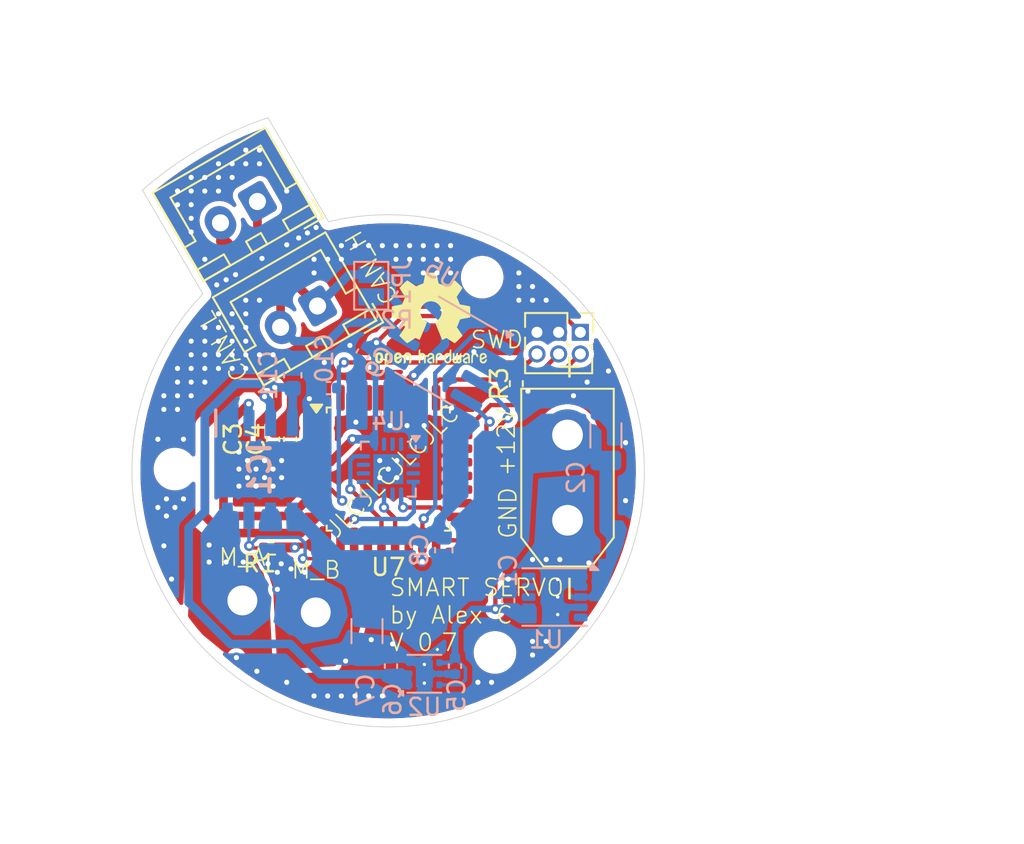
<source format=kicad_pcb>
(kicad_pcb (version 20240108) (generator "pcbnew") (generator_version "8.0")
  (layers (0 "F.Cu" signal "Front") (1 "In1.Cu" signal) (2 "In2.Cu" signal) (31 "B.Cu" signal "Back") (34 "B.Paste" user) (35 "F.Paste" user) (36 "B.SilkS" user "B.Silkscreen") (37 "F.SilkS" user "F.Silkscreen") (38 "B.Mask" user) (39 "F.Mask" user) (44 "Edge.Cuts" user))
  (net 0 "")
  (net 1 "GND")
  (net 2 "+3V3")
  (net 3 "+12V")
  (net 4 "RP_RX")
  (net 5 "RP_TX")
  (net 6 "ISEN")
  (net 7 "Net-(IC1-OUT2)")
  (net 8 "Net-(IC1-OUT1)")
  (net 9 "MOSI")
  (net 10 "+5V")
  (net 11 "CAN_H")
  (net 12 "CAN_L")
  (net 13 "CAN_SILENT")
  (net 19 "NRST")
  (net 20 "SWCLK")
  (net 21 "SWDIO")
  (net 23 "DRV_IN2")
  (net 27 "MISO")
  (net 28 "MAG_CS")
  (net 32 "SCK")
  (net 38 "DRV_IN1")
  (net 53 "Net-(JP1-A)")
  (footprint "Capacitor_SMD:C_0402_1005Metric" (layer "F.Cu") (at 86.75 71 90)
    (property "Reference" "C3")
    (property "Value" "100nF")
  )
  (footprint "Package_QFP:LQFP-32_7x7mm_P0.8mm" (layer "F.Cu") (at 93.5 72.75)
    (property "Reference" "U7")
    (property "Value" "STM32G0B1KBTx")
  )
  (footprint "Resistor_SMD:R_0402_1005Metric" (layer "F.Cu") (at 101 67.74 -90)
    (property "Reference" "R3")
    (property "Value" "10k")
  )
  (footprint "Connector_Wire:SolderWire-1sqmm_1x01_D1.4mm_OD2.7mm" (layer "F.Cu") (at 89.25 81.15)
    (property "Reference" "J2" (hide yes))
    (property "Value" "MOT_A")
  )
  (footprint "MountingHole:MountingHole_2.2mm_M2" (layer "F.Cu") (at 99.75 83.5)
    (property "Reference" "REF**" (hide yes))
    (property "Value" "MountingHole_2.2mm_M2")
  )
  (footprint "Capacitor_SMD:C_0402_1005Metric" (layer "F.Cu") (at 87.75 71 90)
    (property "Reference" "C4")
    (property "Value" "4.7uF")
  )
  (footprint "Symbol:OSHW-Logo2_7.3x6mm_SilkScreen" (layer "F.Cu") (at 96 64)
    (property "Reference" "REF**" (hide yes))
    (property "Value" "OSHW-Logo2_7.3x6mm_SilkScreen" (hide yes))
  )
  (footprint "Resistor_SMD:R_0402_1005Metric" (layer "F.Cu") (at 86.715 77.38175)
    (property "Reference" "R1")
    (property "Value" "15k")
  )
  (footprint "Connector_JST:JST_XH_B2B-XH-A_1x02_P2.50mm_Vertical" (layer "F.Cu") (at 85.832923 57.063277 -150)
    (property "Reference" "J6" (hide yes))
    (property "Value" "Control_In")
  )
  (footprint "MountingHole:MountingHole_2.2mm_M2" (layer "F.Cu") (at 81 72.75)
    (property "Reference" "REF**" (hide yes))
    (property "Value" "MountingHole_2.2mm_M2")
  )
  (footprint "Connector_Wire:SolderWire-1sqmm_1x01_D1.4mm_OD2.7mm" (layer "F.Cu") (at 84.95 80.45)
    (property "Reference" "J7" (hide yes))
    (property "Value" "MOT_B")
  )
  (footprint "Connector_JST:JST_XH_B2B-XH-A_1x02_P2.50mm_Vertical" (layer "F.Cu") (at 89.354915 63.188669 -150)
    (property "Reference" "J1" (hide yes))
    (property "Value" "Control_In")
  )
  (footprint "Connector_AMASS:AMASS_XT30UPB-M_1x02_P5.0mm_Vertical" (layer "F.Cu") (at 104 75.75 90)
    (property "Reference" "J4" (hide yes))
    (property "Value" "Power_In")
  )
  (footprint "MountingHole:MountingHole_2.2mm_M2" (layer "F.Cu") (at 99 61.5)
    (property "Reference" "REF**" (hide yes))
    (property "Value" "MountingHole_2.2mm_M2")
  )
  (footprint "Connector_PinHeader_1.27mm:PinHeader_2x03_P1.27mm_Vertical" (layer "F.Cu") (at 104.75 64.729999 -90)
    (property "Reference" "J3" (hide yes))
    (property "Value" "Prog_IN")
  )
  (footprint "Capacitor_SMD:C_0402_1005Metric" (layer "B.Cu") (at 90 68)
    (property "Reference" "C10")
    (property "Value" "100nF")
  )
  (footprint "Capacitor_SMD:C_1206_3216Metric" (layer "B.Cu") (at 92.25 82.25 90)
    (property "Reference" "C7")
    (property "Value" "10uF")
  )
  (footprint "Capacitor_SMD:C_1206_3216Metric" (layer "B.Cu") (at 106.25 70.775 -90)
    (property "Reference" "C2")
    (property "Value" "10uF")
  )
  (footprint "Capacitor_SMD:C_0402_1005Metric" (layer "B.Cu") (at 93.657501 84.300002 90)
    (property "Reference" "C6")
    (property "Value" "2.2uF")
  )
  (footprint "Capacitor_SMD:C_0603_1608Metric" (layer "B.Cu") (at 87.9 67.25 -90)
    (property "Reference" "C11")
    (property "Value" "100nF")
  )
  (footprint "Package_SON:WSON-6-1EP_2x2mm_P0.65mm_EP1x1.6mm_ThermalVias" (layer "B.Cu") (at 95.6125 84.750001)
    (property "Reference" "U2")
    (property "Value" "TLV76733DRVx")
  )
  (footprint "_custom:SOIC127P600X170-9N" (layer "B.Cu") (at 85.969999 72.762999 -90)
    (property "Reference" "IC1")
    (property "Value" "DRV8251DDAR" (hide yes))
  )
  (footprint "Capacitor_SMD:C_0402_1005Metric" (layer "B.Cu") (at 92 66 60)
    (property "Reference" "C9")
    (property "Value" "100nF")
  )
  (footprint "Capacitor_SMD:C_0402_1005Metric" (layer "B.Cu") (at 100.525 80.45 -90)
    (property "Reference" "C1")
    (property "Value" "100nF")
  )
  (footprint "Jumper:SolderJumper-2_P1.3mm_Open_Pad1.0x1.5mm" (layer "B.Cu") (at 92.5 62 90)
    (property "Reference" "JP1")
    (property "Value" "Jumper_2_Open")
  )
  (footprint "Package_SO:SOIC-8_3.9x4.9mm_P1.27mm" (layer "B.Cu") (at 96.87909 65.832721 150)
    (property "Reference" "U5")
    (property "Value" "TJA1051T-3")
  )
  (footprint "Package_DFN_QFN:QFN-16-1EP_3x3mm_P0.5mm_EP1.75x1.75mm" (layer "B.Cu") (at 93.5 72.75 180)
    (property "Reference" "U4")
    (property "Value" "MA730")
  )
  (footprint "Capacitor_SMD:C_0603_1608Metric" (layer "B.Cu") (at 96.75 77.5 -90)
    (property "Reference" "C8")
    (property "Value" "100nF")
  )
  (footprint "Capacitor_SMD:C_0402_1005Metric" (layer "B.Cu") (at 92.5 63.75 -90)
    (property "Reference" "R2")
    (property "Value" "120")
  )
  (footprint "Package_LGA:Texas_SIL0010A_MicroSiP-10-1EP_3.8x3mm_P0.6mm_EP0.7x2.9mm_ThermalVias" (layer "B.Cu") (at 103.25 80.25 180)
    (property "Reference" "U1")
    (property "Value" "LMZM23601V5")
  )
  (footprint "Capacitor_SMD:C_0402_1005Metric" (layer "B.Cu") (at 97.407499 84.300003 -90)
    (property "Reference" "C5")
    (property "Value" "1uF")
  )
  (gr_line (start 82.637074 62.478825) (end 79.1 56.4) (stroke (width 0.05)) (layer "Edge.Cuts"))
  (gr_arc (start 79.094221 56.393393) (mid 82.564125 53.91116) (end 86.45 52.150001) (stroke (width 0.05)) (layer "Edge.Cuts"))
  (gr_line (start 90 58.25) (end 86.45 52.15) (stroke (width 0.05)) (layer "Edge.Cuts"))
  (gr_arc (start 90 58.25) (mid 100.96659 85.868552) (end 82.637074 62.478825) (stroke (width 0.05)) (layer "Edge.Cuts"))
  (gr_text "JLCJLCJLCJLC" (at 90.48 76.96 45) (layer "F.SilkS") (effects (font (size 1 1) (thickness 0.1)) (justify left bottom)))
  (gr_text "M_A" (at 83.5 78.5 0) (layer "F.SilkS") (effects (font (size 1 1) (thickness 0.1)) (justify left bottom)))
  (gr_text "SMART SERVO\nby Alex C\nV 0.7" (at 93.5 83.5 0) (layer "F.SilkS") (effects (font (size 1 1) (thickness 0.1)) (justify left bottom)))
  (gr_text "GND" (at 101.098426 76.912485 90) (layer "F.SilkS") (effects (font (size 1 1) (thickness 0.1)) (justify left bottom)))
  (gr_text "CAN_H" (at 94.25 62.75 120) (layer "F.SilkS") (effects (font (size 1 1) (thickness 0.1)) (justify left bottom)))
  (gr_text "CAN_L" (at 85.5 67.25 120) (layer "F.SilkS") (effects (font (size 1 1) (thickness 0.1)) (justify left bottom)))
  (gr_text "M_B" (at 87.75 79.25 0) (layer "F.SilkS") (effects (font (size 1 1) (thickness 0.1)) (justify left bottom)))
  (gr_text "SWD" (at 98.25 65.75 0) (layer "F.SilkS") (effects (font (size 1 1) (thickness 0.1)) (justify left bottom)))
  (gr_text "+12V" (at 101 73.25 90) (layer "F.SilkS") (effects (font (size 1 1) (thickness 0.1)) (justify left bottom)))
  (segment (start 87.65 73.15) (end 87.25 72.75) (width 0.508) (layer "F.Cu") (net 1))
  (segment (start 101.613288 68.25) (end 101.681644 68.181644) (width 0.2) (layer "F.Cu") (net 1))
  (segment (start 87.75 70.52) (end 86.75 70.52) (width 0.508) (layer "F.Cu") (net 1))
  (segment (start 87.993253 77.381747) (end 88.025 77.35) (width 0.508) (layer "F.Cu") (net 1))
  (segment (start 91.75 72.25) (end 93 72.25) (width 0.508) (layer "F.Cu") (net 1))
  (segment (start 89.325 73.15) (end 87.65 73.15) (width 0.508) (layer "F.Cu") (net 1))
  (segment (start 87.75 69.75) (end 87.75 70.52) (width 0.508) (layer "F.Cu") (net 1))
  (segment (start 87.65 73.15) (end 87.25 73.25) (width 0.508) (layer "F.Cu") (net 1))
  (segment (start 88.875 68.625) (end 87.75 69.75) (width 0.508) (layer "F.Cu") (net 1))
  (segment (start 89.325 73.15) (end 90.85 73.15) (width 0.508) (layer "F.Cu") (net 1))
  (segment (start 87.25 73.25) (end 86.75 72.75) (width 0.508) (layer "F.Cu") (net 1))
  (segment (start 101.25 68.25) (end 101.613288 68.25) (width 0.2) (layer "F.Cu") (net 1))
  (segment (start 87.224999 77.381747) (end 87.993253 77.381747) (width 0.508) (layer "F.Cu") (net 1))
  (segment (start 86.75 72.75) (end 87.25 72.25) (width 0.508) (layer "F.Cu") (net 1))
  (segment (start 90.85 73.15) (end 91.75 72.25) (width 0.508) (layer "F.Cu") (net 1))
  (via (at 101.15 62.05) (size 0.6) (drill 0.3) (layers "F.Cu" "B.Cu") (net 1))
  (via (at 92.35 59.65) (size 0.6) (drill 0.3) (layers "F.Cu" "B.Cu") (net 1))
  (via (at 86.75 72.75) (size 0.6) (drill 0.3) (layers "F.Cu" "B.Cu") (net 1))
  (via (at 93.15 86.05) (size 0.6) (drill 0.3) (layers "F.Cu" "B.Cu") (net 1))
  (via (at 81 75) (size 0.6) (drill 0.3) (layers "F.Cu" "B.Cu") (net 1))
  (via (at 81.95 66.85) (size 0.6) (drill 0.3) (layers "F.Cu" "B.Cu") (net 1))
  (via (at 93.5 72.75) (size 0.6) (drill 0.3) (layers "F.Cu" "B.Cu") (net 1))
  (via (at 88.762228 58.905631) (size 0.6) (drill 0.3) (layers "F.Cu" "B.Cu") (net 1))
  (via (at 97.15 59.65) (size 0.6) (drill 0.3) (layers "F.Cu" "B.Cu") (net 1))
  (via (at 93.75 83) (size 0.6) (drill 0.3) (layers "F.Cu" "B.Cu") (net 1))
  (via (at 83.55 56.45) (size 0.6) (drill 0.3) (layers "F.Cu" "B.Cu") (net 1))
  (via (at 85.25 73.25) (size 0.6) (drill 0.3) (layers "F.Cu" "B.Cu") (net 1))
  (via (at 81.5 71) (size 0.6) (drill 0.3) (layers "F.Cu" "B.Cu") (net 1))
  (via (at 80.5 74.5) (size 0.6) (drill 0.3) (layers "F.Cu" "B.Cu") (net 1))
  (via (at 95.6 70.2) (size 0.6) (drill 0.3) (layers "F.Cu" "B.Cu") (net 1))
  (via (at 80.35 68.45) (size 0.6) (drill 0.3) (layers "F.Cu" "B.Cu") (net 1))
  (via (at 85.15 64.45) (size 0.6) (drill 0.3) (layers "F.Cu" "B.Cu") (net 1))
  (via (at 84.35 63.65) (size 0.6) (drill 0.3) (layers "F.Cu" "B.Cu") (net 1))
  (via (at 95.55 60.45) (size 0.6) (drill 0.3) (layers "F.Cu" "B.Cu") (net 1))
  (via (at 91.55 59.65) (size 0.6) (drill 0.3) (layers "F.Cu" "B.Cu") (net 1))
  (via (at 84.75 71.75) (size 0.6) (drill 0.3) (layers "F.Cu" "B.Cu") (net 1))
  (via (at 87.55 56.45) (size 0.6) (drill 0.3) (layers "F.Cu" "B.Cu") (net 1))
  (via (at 94.75 59.65) (size 0.6) (drill 0.3) (layers "F.Cu" "B.Cu") (net 1))
  (via (at 85.15 54.05) (size 0.6) (drill 0.3) (layers "F.Cu" "B.Cu") (net 1))
  (via (at 85.8 84.6) (size 0.6) (drill 0.3) (layers "F.Cu" "B.Cu") (net 1))
  (via (at 88.875 68.625) (size 0.6) (drill 0.3) (layers "F.Cu" "B.Cu") (net 1))
  (via (at 91 84) (size 0.6) (drill 0.3) (layers "F.Cu" "B.Cu") (net 1))
  (via (at 89.95 86.05) (size 0.6) (drill 0.3) (layers "F.Cu" "B.Cu") (net 1))
  (via (at 84.35 66.05) (size 0.6) (drill 0.3) (layers "F.Cu" "B.Cu") (net 1))
  (via (at 82.75 56.45) (size 0.6) (drill 0.3) (layers "F.Cu" "B.Cu") (net 1))
  (via (at 99.55 85.25) (size 0.6) (drill 0.3) (layers "F.Cu" "B.Cu") (net 1))
  (via (at 106.4 67) (size 0.6) (drill 0.3) (layers "F.Cu" "B.Cu") (net 1))
  (via (at 80 75) (size 0.6) (drill 0.3) (layers "F.Cu" "B.Cu") (net 1))
  (via (at 92.5 82.75) (size 0.6) (drill 0.3) (layers "F.Cu" "B.Cu") (net 1))
  (via (at 82.75 55.65) (size 0.6) (drill 0.3) (layers "F.Cu" "B.Cu") (net 1))
  (via (at 83.55 63.65) (size 0.6) (drill 0.3) (layers "F.Cu" "B.Cu") (net 1))
  (via (at 81.15 68.45) (size 0.6) (drill 0.3) (layers "F.Cu" "B.Cu") (net 1))
  (via (at 85.95 54.05) (size 0.6) (drill 0.3) (layers "F.Cu" "B.Cu") (net 1))
  (via (at 93 72.25) (size 0.6) (drill 0.3) (layers "F.Cu" "B.Cu") (net 1))
  (via (at 89.15 60.45) (size 0.6) (drill 0.3) (layers "F.Cu" "B.Cu") (net 1))
  (via (at 85.15 54.85) (size 0.6) (drill 0.3) (layers "F.Cu" "B.Cu") (net 1))
  (via (at 98.513712 65.873) (size 0.6) (drill 0.3) (layers "F.Cu" "B.Cu") (net 1))
  (via (at 93.95 59.65) (size 0.6) (drill 0.3) (layers "F.Cu" "B.Cu") (net 1))
  (via (at 89.15 86.05) (size 0.6) (drill 0.3) (layers "F.Cu" "B.Cu") (net 1))
  (via (at 102.75 78.05) (size 0.6) (drill 0.3) (layers "F.Cu" "B.Cu") (net 1))
  (via (at 85.95 62.85) (size 0.6) (drill 0.3) (layers "F.Cu" "B.Cu") (net 1))
  (via (at 104.35 68.45) (size 0.6) (drill 0.3) (layers "F.Cu" "B.Cu") (net 1))
  (via (at 93 73.25) (size 0.6) (drill 0.3) (layers "F.Cu" "B.Cu") (net 1))
  (via (at 81.95 55.65) (size 0.6) (drill 0.3) (layers "F.Cu" "B.Cu") (net 1))
  (via (at 85.95 66.05) (size 0.6) (drill 0.3) (layers "F.Cu" "B.Cu") (net 1))
  (via (at 93.6 70.2) (size 0.6) (drill 0.3) (layers "F.Cu" "B.Cu") (net 1))
  (via (at 83.55 66.05) (size 0.6) (drill 0.3) (layers "F.Cu" "B.Cu") (net 1))
  (via (at 84.35 55.65) (size 0.6) (drill 0.3) (layers "F.Cu" "B.Cu") (net 1))
  (via (at 81.15 57.25) (size 0.6) (drill 0.3) (layers "F.Cu" "B.Cu") (net 1))
  (via (at 90.75 59.65) (size 0.6) (drill 0.3) (layers "F.Cu" "B.Cu") (net 1))
  (via (at 89.270617 58.587185) (size 0.6) (drill 0.3) (layers "F.Cu" "B.Cu") (net 1))
  (via (at 96.35 59.65) (size 0.6) (drill 0.3) (layers "F.Cu" "B.Cu") (net 1))
  (via (at 88.025 77.35) (size 0.6) (drill 0.3) (layers "F.Cu" "B.Cu") (net 1))
  (via (at 102.75 62.85) (size 0.6) (drill 0.3) (layers "F.Cu" "B.Cu") (net 1))
  (via (at 97.15 60.45) (size 0.6) (drill 0.3) (layers "F.Cu" "B.Cu") (net 1))
  (via (at 85.15 66.85) (size 0.6) (drill 0.3) (layers "F.Cu" "B.Cu") (net 1))
  (via (at 80.8 79.2) (size 0.6) (drill 0.3) (layers "F.Cu" "B.Cu") (net 1))
  (via (at 105.25 78.25) (size 0.6) (drill 0.3) (layers "F.Cu" "B.Cu") (net 1))
  (via (at 101.15 61.25) (size 0.6) (drill 0.3) (layers "F.Cu" "B.Cu") (net 1))
  (via (at 86.75 73.75) (size 0.6) (drill 0.3) (layers "F.Cu" "B.Cu") (net 1))
  (via (at 82.75 66.85) (size 0.6) (drill 0.3) (layers "F.Cu" "B.Cu") (net 1))
  (via (at 84.75 72.75) (size 0.6) (drill 0.3) (layers "F.Cu" "B.Cu") (net 1))
  (via (at 80.35 69.25) (size 0.6) (drill 0.3) (layers "F.Cu" "B.Cu") (net 1))
  (via (at 84.35 66.85) (size 0.6) (drill 0.3) (layers "F.Cu" "B.Cu") (net 1))
  (via (at 85.75 73.75) (size 0.6) (drill 0.3) (layers "F.Cu" "B.Cu") (net 1))
  (via (at 81.5 74.5) (size 0.6) (drill 0.3) (layers "F.Cu" "B.Cu") (net 1))
  (via (at 98.75 85.25) (size 0.6) (drill 0.3) (layers "F.Cu" "B.Cu") (net 1))
  (via (at 84.6 83.8) (size 0.6) (drill 0.3) (layers "F.Cu" "B.Cu") (net 1))
  (via (at 95.55 61.25) (size 0.6) (drill 0.3) (layers "F.Cu" "B.Cu") (net 1))
  (via (at 107.4 71.2) (size 0.6) (drill 0.3) (layers "F.Cu" "B.Cu") (net 1))
  (via (at 82.75 67.65) (size 0.6) (drill 0.3) (layers "F.Cu" "B.Cu") (net 1))
  (via (at 83.55 66.85) (size 0.6) (drill 0.3) (layers "F.Cu" "B.Cu") (net 1))
  (via (at 81.95 66.05) (size 0.6) (drill 0.3) (layers "F.Cu" "B.Cu") (net 1))
  (via (at 90.75 60.45) (size 0.6) (drill 0.3) (layers "F.Cu" "B.Cu") (net 1))
  (via (at 81.15 56.45) (size 0.6) (drill 0.3) (layers "F.Cu" "B.Cu") (net 1))
  (via (at 81.15 69.25) (size 0.6) (drill 0.3) (layers "F.Cu" "B.Cu") (net 1))
  (via (at 86.75 66.05) (size 0.6) (drill 0.3) (layers "F.Cu" "B.Cu") (net 1))
  (via (at 93.15 59.65) (size 0.6) (drill 0.3) (layers "F.Cu" "B.Cu") (net 1))
  (via (at 85.15 65.25) (size 0.6) (drill 0.3) (layers "F.Cu" "B.Cu") (net 1))
  (via (at 103.55 78.05) (size 0.6) (drill 0.3) (layers "F.Cu" "B.Cu") (net 1))
  (via (at 95.489421 78.175) (size 0.6) (drill 0.3) (layers "F.Cu" "B.Cu") (net 1))
  (via (at 96.35 61.25) (size 0.6) (drill 0.3) (layers "F.Cu" "B.Cu") (net 1))
  (via (at 89.15 61.25) (size 0.6) (drill 0.3) (layers "F.Cu" "B.Cu") (net 1))
  (via (at 80 71) (size 0.6) (drill 0.3) (layers "F.Cu" "B.Cu") (net 1))
  (via (at 84 61.65) (size 0.6) (drill 0.3) (layers "F.Cu" "B.Cu") (net 1))
  (via (at 82.75 64.45) (size 0.6) (drill 0.3) (layers "F.Cu" "B.Cu") (net 1))
  (via (at 85.75 72.75) (size 0.6) (drill 0.3) (layers "F.Cu" "B.Cu") (net 1))
  (via (at 88.25 59.2) (size 0.6) (drill 0.3) (layers "F.Cu" "B.Cu") (net 1))
  (via (at 85.15 62.85) (size 0.6) (drill 0.3) (layers "F.Cu" "B.Cu") (net 1))
  (via (at 85.15 63.65) (size 0.6) (drill 0.3) (layers "F.Cu" "B.Cu") (net 1))
  (via (at 93.95 60.45) (size 0.6) (drill 0.3) (layers "F.Cu" "B.Cu") (net 1))
  (via (at 83.45 61.95) (size 0.6) (drill 0.3) (layers "F.Cu" "B.Cu") (net 1))
  (via (at 81.95 58.05) (size 0.6) (drill 0.3) (layers "F.Cu" "B.Cu") (net 1))
  (via (at 84.35 54.85) (size 0.6) (drill 0.3) (layers "F.Cu" "B.Cu") (net 1))
  (via (at 86.25 72.25) (size 0.6) (drill 0.3) (layers "F.Cu" "B.Cu") (net 1))
  (via (at 97.15 61.25) (size 0.6) (drill 0.3) (layers "F.Cu" "B.Cu") (net 1))
  (via (at 80.35 77.25) (size 0.6) (drill 0.3) (layers "F.Cu" "B.Cu") (net 1))
  (via (at 85.25 72.25) (size 0.6) (drill 0.3) (layers "F.Cu" "B.Cu") (net 1))
  (via (at 82.75 66.05) (size 0.6) (drill 0.3) (layers "F.Cu" "B.Cu") (net 1))
  (via (at 107.4 74.6) (size 0.6) (drill 0.3) (layers "F.Cu" "B.Cu") (net 1))
  (via (at 80.5 75.5) (size 0.6) (drill 0.3) (layers "F.Cu" "B.Cu") (net 1))
  (via (at 91.6 70) (size 0.6) (drill 0.3) (layers "F.Cu" "B.Cu") (net 1))
  (via (at 95.55 59.65) (size 0.6) (drill 0.3) (layers "F.Cu" "B.Cu") (net 1))
  (via (at 81.15 66.85) (size 0.6) (drill 0.3) (layers "F.Cu" "B.Cu") (net 1))
  (via (at 87.55 85.25) (size 0.6) (drill 0.3) (layers "F.Cu" "B.Cu") (net 1))
  (via (at 105.15 67.65) (size 0.6) (drill 0.3) (layers "F.Cu" "B.Cu") (net 1))
  (via (at 83.55 54.85) (size 0.6) (drill 0.3) (layers "F.Cu" "B.Cu") (net 1))
  (via (at 86.25 73.25) (size 0.6) (drill 0.3) (layers "F.Cu" "B.Cu") (net 1))
  (via (at 102.75 82.85) (size 0.6) (drill 0.3) (layers "F.Cu" "B.Cu") (net 1))
  (via (at 96.35 60.45) (size 0.6) (drill 0.3) (layers "F.Cu" "B.Cu") (net 1))
  (via (at 94.75 60.45) (size 0.6) (drill 0.3) (layers "F.Cu" "B.Cu") (net 1))
  (via (at 85.95 54.85) (size 0.6) (drill 0.3) (layers "F.Cu" "B.Cu") (net 1))
  (via (at 91.55 86.05) (size 0.6) (drill 0.3) (layers "F.Cu" "B.Cu") (net 1))
  (via (at 101.95 83.65) (size 0.6) (drill 0.3) (layers "F.Cu" "B.Cu") (net 1))
  (via (at 97.21 69.17) (size 0.6) (drill 0.3) (layers "F.Cu" "B.Cu") (net 1))
  (via (at 83.55 64.45) (size 0.6) (drill 0.3) (layers "F.Cu" "B.Cu") (net 1))
  (via (at 94 72.25) (size 0.6) (drill 0.3) (layers "F.Cu" "B.Cu") (net 1))
  (via (at 82.75 60.45) (size 0.6) (drill 0.3) (layers "F.Cu" "B.Cu") (net 1))
  (via (at 83.55 55.65) (size 0.6) (drill 0.3) (layers "F.Cu" "B.Cu") (net 1))
  (via (at 101.95 62.85) (size 0.6) (drill 0.3) (layers "F.Cu" "B.Cu") (net 1))
  (via (at 81.95 67.65) (size 0.6) (drill 0.3) (layers "F.Cu" "B.Cu") (net 1))
  (via (at 101.95 78.05) (size 0.6) (drill 0.3) (layers "F.Cu" "B.Cu") (net 1))
  (via (at 86.1 60.4) (size 0.6) (drill 0.3) (layers "F.Cu" "B.Cu") (net 1))
  (via (at 81.95 65.25) (size 0.6) (drill 0.3) (layers "F.Cu" "B.Cu") (net 1))
  (via (at 92.35 86.05) (size 0.6) (drill 0.3) (layers "F.Cu" "B.Cu") (net 1))
  (via (at 81.95 56.45) (size 0.6) (drill 0.3) (layers "F.Cu" "B.Cu") (net 1))
  (via (at 94.6 70.2) (size 0.6) (drill 0.3) (layers "F.Cu" "B.Cu") (net 1))
  (via (at 85.15 66.05) (size 0.6) (drill 0.3) (layers "F.Cu" "B.Cu") (net 1))
  (via (at 84.55 61.35) (size 0.6) (drill 0.3) (layers "F.Cu" "B.Cu") (net 1))
  (via (at 82.75 65.25) (size 0.6) (drill 0.3) (layers "F.Cu" "B.Cu") (net 1))
  (via (at 81.15 67.65) (size 0.6) (drill 0.3) (layers "F.Cu" "B.Cu") (net 1))
  (via (at 81.95 68.45) (size 0.6) (drill 0.3) (layers "F.Cu" "B.Cu") (net 1))
  (via (at 87.25 72.25) (size 0.6) (drill 0.3) (layers "F.Cu" "B.Cu") (net 1))
  (via (at 101.681644 68.181644) (size 0.6) (drill 0.3) (layers "F.Cu" "B.Cu") (net 1))
  (via (at 83.55 65.25) (size 0.6) (drill 0.3) (layers "F.Cu" "B.Cu") (net 1))
  (via (at 84.35 65.25) (size 0.6) (drill 0.3) (layers "F.Cu" "B.Cu") (net 1))
  (via (at 87.55 59.6) (size 0.6) (drill 0.3) (layers "F.Cu" "B.Cu") (net 1))
  (via (at 84.35 64.45) (size 0.6) (drill 0.3) (layers "F.Cu" "B.Cu") (net 1))
  (via (at 101.15 62.85) (size 0.6) (drill 0.3) (layers "F.Cu" "B.Cu") (net 1))
  (via (at 87.25 73.25) (size 0.6) (drill 0.3) (layers "F.Cu" "B.Cu") (net 1))
  (via (at 101.95 62.05) (size 0.6) (drill 0.3) (layers "F.Cu" "B.Cu") (net 1))
  (via (at 89.95 60.45) (size 0.6) (drill 0.3) (layers "F.Cu" "B.Cu") (net 1))
  (via (at 94 73.25) (size 0.6) (drill 0.3) (layers "F.Cu" "B.Cu") (net 1))
  (via (at 100.525 79.2) (size 0.6) (drill 0.3) (layers "F.Cu" "B.Cu") (net 1))
  (via (at 89.75 66.5) (size 0.6) (drill 0.3) (layers "F.Cu" "B.Cu") (net 1))
  (via (at 101.95 82.85) (size 0.6) (drill 0.3) (layers "F.Cu" "B.Cu") (net 1))
  (via (at 91.25 65.5) (size 0.6) (drill 0.3) (layers "F.Cu" "B.Cu") (net 1))
  (via (at 84.75 73.75) (size 0.6) (drill 0.3) (layers "F.Cu" "B.Cu") (net 1))
  (via (at 90.75 86.05) (size 0.6) (drill 0.3) (layers "F.Cu" "B.Cu") (net 1))
  (via (at 81.95 57.25) (size 0.6) (drill 0.3) (layers "F.Cu" "B.Cu") (net 1))
  (via (at 81.95 58.85) (size 0.6) (drill 0.3) (layers "F.Cu" "B.Cu") (net 1))
  (segment (start 103.425001 81.28) (end 103.854999 80.850002) (width 0.5) (layer "B.Cu") (net 1))
  (segment (start 105.25 77.1) (end 105.25 76.75) (width 0.254) (layer "B.Cu") (net 1))
  (segment (start 96.75 76.474999) (end 96.024999 76.474999) (width 0.762) (layer "B.Cu") (net 1))
  (segment (start 92.752 73.498) (end 93 73.25) (width 0.254) (layer "B.Cu") (net 1))
  (segment (start 92.752 74.2105) (end 92.752 73.498) (width 0.254) (layer "B.Cu") (net 1))
  (segment (start 105.250001 77.100001) (end 105.25 77.1) (width 0.254) (layer "B.Cu") (net 1))
  (segment (start 103.854999 80.850002) (end 104.775 80.850002) (width 0.4) (layer "B.Cu") (net 1))
  (segment (start 95.489421 78.175) (end 95.489421 77.010577) (width 0.254) (layer "B.Cu") (net 1))
  (segment (start 103.595 79.05) (end 103.425001 79.219999) (width 0.2) (layer "B.Cu") (net 1))
  (segment (start 98.513712 65.873) (end 99.250913 66.610201) (width 0.508) (layer "B.Cu") (net 1))
  (segment (start 104.775 79.05) (end 104.775 78.725) (width 0.2) (layer "B.Cu") (net 1))
  (segment (start 92.75 74.2125) (end 92.752 74.2105) (width 0.254) (layer "B.Cu") (net 1))
  (segment (start 105.25 76.75) (end 105 76.5) (width 0.254) (layer "B.Cu") (net 1))
  (segment (start 100.525 79.97) (end 100.525 79.2) (width 0.508) (layer "B.Cu") (net 1))
  (segment (start 95.489421 77.010577) (end 95.5 76.999998) (width 0.254) (layer "B.Cu") (net 1))
  (segment (start 96.024999 76.474999) (end 95.5 76.999998) (width 0.762) (layer "B.Cu") (net 1))
  (segment (start 104.775 78.725) (end 105.25 78.25) (width 0.2) (layer "B.Cu") (net 1))
  (segment (start 99.250913 66.610201) (end 99.250913 66.617574) (width 0.508) (layer "B.Cu") (net 1))
  (segment (start 86.440001 71.48) (end 86.75 71.48) (width 0.508) (layer "F.Cu") (net 2))
  (segment (start 87.004 68.996) (end 85.986 70.014) (width 0.508) (layer "F.Cu") (net 2))
  (segment (start 87.75 71.48) (end 87.75 71.547294) (width 0.508) (layer "F.Cu") (net 2))
  (segment (start 94.362289 63.78) (end 103.800001 63.78) (width 0.254) (layer "F.Cu") (net 2))
  (segment (start 91.4 71.047294) (end 90.097294 72.35) (width 0.508) (layer "F.Cu") (net 2))
  (segment (start 86.841562 67.96143) (end 87.004 68.123868) (width 0.508) (layer "F.Cu") (net 2))
  (segment (start 90.097294 72.35) (end 89.325 72.35) (width 0.508) (layer "F.Cu") (net 2))
  (segment (start 87.75 71.547294) (end 88.552706 72.35) (width 0.508) (layer "F.Cu") (net 2))
  (segment (start 85.986 71.025999) (end 86.440001 71.48) (width 0.508) (layer "F.Cu") (net 2))
  (segment (start 86.75 71.48) (end 87.75 71.48) (width 0.508) (layer "F.Cu") (net 2))
  (segment (start 92.805971 65.336318) (end 94.362289 63.78) (width 0.254) (layer "F.Cu") (net 2))
  (segment (start 85.986 70.014) (end 85.986 71.025999) (width 0.508) (layer "F.Cu") (net 2))
  (segment (start 103.800001 63.78) (end 104.75 64.729999) (width 0.254) (layer "F.Cu") (net 2))
  (segment (start 87.004 68.123868) (end 87.004 68.996) (width 0.508) (layer "F.Cu") (net 2))
  (segment (start 91.4 71) (end 91.4 71.047294) (width 0.508) (layer "F.Cu") (net 2))
  (segment (start 88.552706 72.35) (end 89.325 72.35) (width 0.508) (layer "F.Cu") (net 2))
  (via (at 86.841562 67.96143) (size 0.6) (drill 0.3) (layers "F.Cu" "B.Cu") (net 2))
  (via (at 91.4 71) (size 0.6) (drill 0.3) (layers "F.Cu" "B.Cu") (net 2))
  (via (at 92.805971 65.336318) (size 0.6) (drill 0.3) (layers "F.Cu" "B.Cu") (net 2))
  (segment (start 92.671 70.879) (end 92.671 70.8) (width 0.508) (layer "B.Cu") (net 2))
  (segment (start 92.24 65.584308) (end 92.75 66.094308) (width 0.5) (layer "B.Cu") (net 2))
  (segment (start 89.530002 84.780002) (end 93.657501 84.780002) (width 0.508) (layer "B.Cu") (net 2))
  (segment (start 81.8 76.2) (end 81.8 80.552534) (width 0.508) (layer "B.Cu") (net 2))
  (segment (start 92.805971 65.336318) (end 92.48799 65.336318) (width 0.254) (layer "B.Cu") (net 2))
  (segment (start 92.55 71) (end 92.55 71.0875) (width 0.508) (layer "B.Cu") (net 2))
  (segment (start 92.75 66.094308) (end 92.75 67.353791) (width 0.5) (layer "B.Cu") (net 2))
  (segment (start 84.566 67.746) (end 82.75 69.562) (width 0.508) (layer "B.Cu") (net 2))
  (segment (start 87.836429 67.96143) (end 87.9 68.025001) (width 0.508) (layer "B.Cu") (net 2))
  (segment (start 86.841562 67.96143) (end 86.626132 67.746) (width 0.508) (layer "B.Cu") (net 2))
  (segment (start 91.4 71) (end 92.55 71) (width 0.508) (layer "B.Cu") (net 2))
  (segment (start 82.75 69.562) (end 82.75 75.25) (width 0.508) (layer "B.Cu") (net 2))
  (segment (start 86.841562 67.96143) (end 87.836429 67.96143) (width 0.508) (layer "B.Cu") (net 2))
  (segment (start 92.55 71) (end 92.671 70.879) (width 0.508) (layer "B.Cu") (net 2))
  (segment (start 92.75 67.353791) (end 92.75 71.2875) (width 0.325) (layer "B.Cu") (net 2))
  (segment (start 84.247466 83) (end 87.75 83) (width 0.508) (layer "B.Cu") (net 2))
  (segment (start 87.9 68.025001) (end 87.9 70.025996) (width 0.508) (layer "B.Cu") (net 2))
  (segment (start 92.55 71.0875) (end 92.671 71.2085) (width 0.508) (layer "B.Cu") (net 2))
  (segment (start 92.671 71.2085) (end 92.671 71.2875) (width 0.508) (layer "B.Cu") (net 2))
  (segment (start 87.899996 70.480005) (end 87.854999 70.525002) (width 0.508) (layer "B.Cu") (net 2))
  (segment (start 86.626132 67.746) (end 84.566 67.746) (width 0.508) (layer "B.Cu") (net 2))
  (segment (start 92.48799 65.336318) (end 92.24 65.584308) (width 0.254) (layer "B.Cu") (net 2))
  (segment (start 82.75 75.25) (end 81.8 76.2) (width 0.508) (layer "B.Cu") (net 2))
  (segment (start 87.75 83) (end 89.530002 84.780002) (width 0.508) (layer "B.Cu") (net 2))
  (segment (start 81.8 80.552534) (end 84.247466 83) (width 0.508) (layer "B.Cu") (net 2))
  (segment (start 87.9 70.025996) (end 87.874998 70.050998) (width 0.508) (layer "B.Cu") (net 2))
  (segment (start 106.25 72.5) (end 106.25 76.25) (width 0.762) (layer "B.Cu") (net 3))
  (segment (start 103.848427 71.562486) (end 105.312486 71.562486) (width 0.762) (layer "B.Cu") (net 3))
  (segment (start 106.25 76.25) (end 106.5 76.5) (width 0.762) (layer "B.Cu") (net 3))
  (segment (start 105.312486 71.562486) (end 106.25 72.5) (width 0.762) (layer "B.Cu") (net 3))
  (segment (start 95.58 75.65) (end 95.5 75.73) (width 0.254) (layer "F.Cu") (net 4))
  (segment (start 95.5 75.73) (end 95.5 76.925) (width 0.254) (layer "F.Cu") (net 4))
  (via (at 95.58 75.65) (size 0.6) (drill 0.3) (layers "F.Cu" "B.Cu") (net 4))
  (segment (start 95.58 75.65) (end 95.58 75.635657) (width 0.254) (layer "B.Cu") (net 4))
  (segment (start 96.25 74.965657) (end 96.25 67.12) (width 0.254) (layer "B.Cu") (net 4))
  (segment (start 96.25 67.12) (end 98.44 64.93) (width 0.254) (layer "B.Cu") (net 4))
  (segment (start 95.58 75.635657) (end 96.25 74.965657) (width 0.254) (layer "B.Cu") (net 4))
  (segment (start 98.44 64.93) (end 99.298191 64.93) (width 0.254) (layer "B.Cu") (net 4))
  (segment (start 99.298191 64.93) (end 99.885913 65.517722) (width 0.254) (layer "B.Cu") (net 4))
  (segment (start 99.439193 69.969597) (end 99.25 70.15879) (width 0.254) (layer "F.Cu") (net 5))
  (segment (start 97.692688 76.925) (end 96.3 76.925) (width 0.254) (layer "F.Cu") (net 5))
  (segment (start 99.25 70.15879) (end 99.25 75.367688) (width 0.254) (layer "F.Cu") (net 5))
  (segment (start 99.25 75.367688) (end 97.692688 76.925) (width 0.254) (layer "F.Cu") (net 5))
  (via (at 99.439193 69.969597) (size 0.6) (drill 0.3) (layers "F.Cu" "B.Cu") (net 5))
  (segment (start 99.439193 69.969597) (end 98.286875 68.817279) (width 0.254) (layer "B.Cu") (net 5))
  (segment (start 98.286875 68.817279) (end 97.98091 68.817279) (width 0.254) (layer "B.Cu") (net 5))
  (segment (start 88.5 78) (end 91.174999 78) (width 0.2) (layer "F.Cu") (net 6))
  (segment (start 85.35 77.254) (end 85.471 77.375) (width 0.2) (layer "F.Cu") (net 6))
  (segment (start 85.471 77.375) (end 86.198249 77.375) (width 0.2) (layer "F.Cu") (net 6))
  (segment (start 91.5 77.674999) (end 91.5 76.925) (width 0.2) (layer "F.Cu") (net 6))
  (segment (start 91.174999 78) (end 91.5 77.674999) (width 0.2) (layer "F.Cu") (net 6))
  (segment (start 86.198249 77.375) (end 86.205 77.381751) (width 0.2) (layer "F.Cu") (net 6))
  (via (at 88.5 78) (size 0.6) (drill 0.3) (layers "F.Cu" "B.Cu") (net 6))
  (via (at 85.35 77.254) (size 0.6) (drill 0.3) (layers "F.Cu" "B.Cu") (net 6))
  (segment (start 88.5 78) (end 88.625 77.875) (width 0.2) (layer "B.Cu") (net 6))
  (segment (start 85.334999 75.474999) (end 85.334999 77.238999) (width 0.2) (layer "B.Cu") (net 6))
  (segment (start 85.854 76.75) (end 85.35 77.254) (width 0.2) (layer "B.Cu") (net 6))
  (segment (start 88.273529 76.75) (end 85.854 76.75) (width 0.2) (layer "B.Cu") (net 6))
  (segment (start 88.625 77.875) (end 88.625 77.101471) (width 0.2) (layer "B.Cu") (net 6))
  (segment (start 88.625 77.101471) (end 88.273529 76.75) (width 0.2) (layer "B.Cu") (net 6))
  (segment (start 85.334999 77.238999) (end 85.35 77.254) (width 0.2) (layer "B.Cu") (net 6))
  (via (at 83 78.2) (size 0.6) (drill 0.3) (layers "F.Cu" "B.Cu") (net 7))
  (via (at 85 78.2) (size 0.6) (drill 0.3) (layers "F.Cu" "B.Cu") (net 7))
  (via (at 84 78.2) (size 0.6) (drill 0.3) (layers "F.Cu" "B.Cu") (net 7))
  (via (at 83 77.2) (size 0.6) (drill 0.3) (layers "F.Cu" "B.Cu") (net 7))
  (via (at 86.45 78.3) (size 0.6) (drill 0.3) (layers "F.Cu" "B.Cu") (net 8))
  (via (at 88.6 78.8) (size 0.6) (drill 0.3) (layers "F.Cu" "B.Cu") (net 8))
  (via (at 87.8 78.6) (size 0.6) (drill 0.3) (layers "F.Cu" "B.Cu") (net 8))
  (via (at 87 78.8) (size 0.6) (drill 0.3) (layers "F.Cu" "B.Cu") (net 8))
  (via (at 87.225 78.3) (size 0.6) (drill 0.3) (layers "F.Cu" "B.Cu") (net 8))
  (via (at 87 79.8) (size 0.6) (drill 0.3) (layers "F.Cu" "B.Cu") (net 8))
  (segment (start 89.2 80.5) (end 89.2 81.15) (width 1.25) (layer "B.Cu") (net 8))
  (segment (start 90.7 76.175001) (end 91.200001 75.675) (width 0.254) (layer "F.Cu") (net 9))
  (segment (start 90.7 76.925) (end 90.7 76.175001) (width 0.254) (layer "F.Cu") (net 9))
  (segment (start 91.200001 75.675) (end 91.518759 75.675) (width 0.254) (layer "F.Cu") (net 9))
  (via (at 91.518759 75.675) (size 0.6) (drill 0.3) (layers "F.Cu" "B.Cu") (net 9))
  (segment (start 94.575 75.675) (end 95 75.25) (width 0.254) (layer "B.Cu") (net 9))
  (segment (start 91.518759 75.675) (end 94.575 75.675) (width 0.254) (layer "B.Cu") (net 9))
  (segment (start 95 75.25) (end 95 73.5375) (width 0.254) (layer "B.Cu") (net 9))
  (segment (start 95 73.5375) (end 94.9625 73.5) (width 0.254) (layer "B.Cu") (net 9))
  (segment (start 100.5 69.75) (end 100.066193 70.183807) (width 0.254) (layer "F.Cu") (net 10))
  (segment (start 100.066193 70.229309) (end 99.775 70.520502) (width 0.254) (layer "F.Cu") (net 10))
  (segment (start 99.775 70.520502) (end 99.775 80.95) (width 0.254) (layer "F.Cu") (net 10))
  (segment (start 100.066193 70.183807) (end 100.066193 70.229309) (width 0.254) (layer "F.Cu") (net 10))
  (via (at 99.775 80.95) (size 0.6) (drill 0.3) (layers "F.Cu" "B.Cu") (net 10))
  (via (at 100.5 69.75) (size 0.6) (drill 0.3) (layers "F.Cu" "B.Cu") (net 10))
  (segment (start 100.5 69.75) (end 100.5 69.29) (width 0.254) (layer "B.Cu") (net 10))
  (segment (start 97.127502 84.1) (end 96.499999 84.100001) (width 0.254) (layer "B.Cu") (net 10))
  (segment (start 98.017499 84.430003) (end 97.407499 83.820003) (width 0.2) (layer "B.Cu") (net 10))
  (segment (start 98.43319 80.95) (end 97.407499 81.975691) (width 0.4) (layer "B.Cu") (net 10))
  (segment (start 97.407499 83.820002) (end 97.127502 84.1) (width 0.254) (layer "B.Cu") (net 10))
  (segment (start 98.43319 80.95) (end 99.775 80.95) (width 0.4) (layer "B.Cu") (net 10))
  (segment (start 96.5 85.400001) (end 97.723635 85.400001) (width 0.2) (layer "B.Cu") (net 10))
  (segment (start 97.407499 81.975691) (end 97.407499 83.820003) (width 0.4) (layer "B.Cu") (net 10))
  (segment (start 100.525 80.93) (end 100.005 80.93) (width 0.5) (layer "B.Cu") (net 10))
  (segment (start 97.723635 85.400001) (end 98.017499 85.106137) (width 0.2) (layer "B.Cu") (net 10))
  (segment (start 100.5 69.29) (end 98.927426 67.717426) (width 0.254) (layer "B.Cu") (net 10))
  (segment (start 98.927426 67.717426) (end 98.615913 67.717426) (width 0.254) (layer "B.Cu") (net 10))
  (segment (start 100.525 80.93) (end 101.644999 80.93) (width 0.254) (layer "B.Cu") (net 10))
  (segment (start 98.017499 85.106137) (end 98.017499 84.430003) (width 0.2) (layer "B.Cu") (net 10))
  (segment (start 85.832923 57.063277) (end 85.832923 59.082923) (width 0.508) (layer "F.Cu") (net 11))
  (segment (start 88.396 61.646) (end 88.396 62.229754) (width 0.508) (layer "F.Cu") (net 11))
  (segment (start 86.854 60.104) (end 88.396 61.646) (width 0.508) (layer "F.Cu") (net 11))
  (segment (start 86.854 60.087682) (end 86.854 60.104) (width 0.508) (layer "F.Cu") (net 11))
  (segment (start 85.832923 59.082923) (end 86.396 59.646) (width 0.508) (layer "F.Cu") (net 11))
  (segment (start 86.412318 59.646) (end 86.854 60.087682) (width 0.508) (layer "F.Cu") (net 11))
  (segment (start 86.396 59.646) (end 86.412318 59.646) (width 0.508) (layer "F.Cu") (net 11))
  (segment (start 88.396 62.229754) (end 89.354915 63.188669) (width 0.508) (layer "F.Cu") (net 11))
  (segment (start 95.053177 64.045295) (end 93.704 62.696118) (width 0.508) (layer "B.Cu") (net 11))
  (segment (start 93.704 62.696118) (end 93.704 61.696) (width 0.508) (layer "B.Cu") (net 11))
  (segment (start 93.704 61.696) (end 93.358 61.35) (width 0.508) (layer "B.Cu") (net 11))
  (segment (start 93.358 61.35) (end 91.193584 61.35) (width 0.508) (layer "B.Cu") (net 11))
  (segment (start 91.193584 61.35) (end 89.354915 63.188669) (width 0.508) (layer "B.Cu") (net 11))
  (segment (start 87.189852 62.55617) (end 87.189852 64.43867) (width 0.508) (layer "F.Cu") (net 12))
  (segment (start 83.66786 59.41786) (end 84.051542 59.41786) (width 0.508) (layer "F.Cu") (net 12))
  (segment (start 84.051542 59.41786) (end 87.189852 62.55617) (width 0.508) (layer "F.Cu") (net 12))
  (segment (start 83.66786 58.313278) (end 83.66786 59.41786) (width 0.508) (layer "F.Cu") (net 12))
  (segment (start 90 65.25) (end 88.001182 65.25) (width 0.508) (layer "B.Cu") (net 12))
  (segment (start 91.0875 64.1625) (end 90 65.25) (width 0.508) (layer "B.Cu") (net 12))
  (segment (start 93.43553 64.1625) (end 91.0875 64.1625) (width 0.508) (layer "B.Cu") (net 12))
  (segment (start 88.001182 65.25) (end 87.189852 64.43867) (width 0.508) (layer "B.Cu") (net 12))
  (segment (start 94.418177 65.145147) (end 93.43553 64.1625) (width 0.508) (layer "B.Cu") (net 12))
  (segment (start 87.005117 64.469583) (end 87.005117 64.487348) (width 0.508) (layer "B.Cu") (net 12))
  (segment (start 95 67.25) (end 94.7 67.55) (width 0.508) (layer "F.Cu") (net 13))
  (segment (start 94.7 67.55) (end 94.7 68.575) (width 0.508) (layer "F.Cu") (net 13))
  (via (at 95 67.25) (size 0.6) (drill 0.3) (layers "F.Cu" "B.Cu") (net 13))
  (segment (start 95.68818 62.945442) (end 96.819188 64.07645) (width 0.508) (layer "B.Cu") (net 13))
  (segment (start 96.819188 65.430812) (end 95 67.25) (width 0.508) (layer "B.Cu") (net 13))
  (segment (start 96.819188 64.07645) (end 96.819188 65.430812) (width 0.508) (layer "B.Cu") (net 13))
  (segment (start 90.904168 66.494139) (end 90.910028 66.499999) (width 0.254) (layer "F.Cu") (net 19))
  (segment (start 101.710001 66.499999) (end 102.21 66) (width 0.254) (layer "F.Cu") (net 19))
  (segment (start 90.8 74.6) (end 90.15 73.95) (width 0.254) (layer "F.Cu") (net 19))
  (segment (start 90.15 73.95) (end 89.325 73.95) (width 0.254) (layer "F.Cu") (net 19))
  (segment (start 90.910028 66.499999) (end 101.710001 66.499999) (width 0.254) (layer "F.Cu") (net 19))
  (via (at 90.904168 66.494139) (size 0.6) (drill 0.3) (layers "F.Cu" "B.Cu") (net 19))
  (via (at 90.8 74.6) (size 0.6) (drill 0.3) (layers "F.Cu" "B.Cu") (net 19))
  (segment (start 90.6 66.798307) (end 90.904168 66.494139) (width 0.254) (layer "B.Cu") (net 19))
  (segment (start 90.6 74.4) (end 90.6 66.798307) (width 0.254) (layer "B.Cu") (net 19))
  (segment (start 90.8 74.6) (end 90.6 74.4) (width 0.254) (layer "B.Cu") (net 19))
  (segment (start 96.3 68.575) (end 96.3 67.7) (width 0.254) (layer "F.Cu") (net 20))
  (segment (start 101.98 67.5) (end 103.480002 65.999998) (width 0.254) (layer "F.Cu") (net 20))
  (segment (start 96.5 67.5) (end 101.98 67.5) (width 0.254) (layer "F.Cu") (net 20))
  (segment (start 96.3 67.7) (end 96.5 67.5) (width 0.254) (layer "F.Cu") (net 20))
  (segment (start 99.5 69) (end 101.75 69) (width 0.254) (layer "F.Cu") (net 21))
  (segment (start 101.75 69) (end 104.75 66) (width 0.254) (layer "F.Cu") (net 21))
  (segment (start 98.55 69.95) (end 99.5 69) (width 0.254) (layer "F.Cu") (net 21))
  (segment (start 97.675 69.95) (end 98.55 69.95) (width 0.254) (layer "F.Cu") (net 21))
  (segment (start 84.25 75.5) (end 87.802706 75.5) (width 0.508) (layer "F.Cu") (net 23))
  (segment (start 88.552706 74.75) (end 89.325 74.75) (width 0.508) (layer "F.Cu") (net 23))
  (segment (start 83.845999 70.404001) (end 83.845999 75.095999) (width 0.508) (layer "F.Cu") (net 23))
  (segment (start 85.325 68.925) (end 83.845999 70.404001) (width 0.508) (layer "F.Cu") (net 23))
  (segment (start 87.802706 75.5) (end 88.552706 74.75) (width 0.508) (layer "F.Cu") (net 23))
  (segment (start 83.845999 75.095999) (end 84.25 75.5) (width 0.508) (layer "F.Cu") (net 23))
  (via (at 85.325 68.925) (size 0.6) (drill 0.3) (layers "F.Cu" "B.Cu") (net 23))
  (segment (start 85.314998 68.935002) (end 85.314998 70.524999) (width 0.508) (layer "B.Cu") (net 23))
  (segment (start 85.325 68.925) (end 85.314998 68.935002) (width 0.508) (layer "B.Cu") (net 23))
  (segment (start 93.9 76.925) (end 93.9 75.65) (width 0.254) (layer "F.Cu") (net 27))
  (segment (start 93.9 75.65) (end 93.25 75) (width 0.254) (layer "F.Cu") (net 27))
  (via (at 93.25 75) (size 0.6) (drill 0.3) (layers "F.Cu" "B.Cu") (net 27))
  (segment (start 93.25 75) (end 93.25 74.2125) (width 0.254) (layer "B.Cu") (net 27))
  (segment (start 94.373 75) (end 96.532312 75) (width 0.254) (layer "F.Cu") (net 28))
  (segment (start 96.532312 75) (end 97.082312 75.55) (width 0.254) (layer "F.Cu") (net 28))
  (segment (start 97.082312 75.55) (end 97.675 75.55) (width 0.254) (layer "F.Cu") (net 28))
  (segment (start 94.368144 74.995144) (end 94.373 75) (width 0.254) (layer "F.Cu") (net 28))
  (via (at 94.368144 74.995144) (size 0.6) (drill 0.3) (layers "F.Cu" "B.Cu") (net 28))
  (segment (start 94.25 74.877) (end 94.25 74.2125) (width 0.254) (layer "B.Cu") (net 28))
  (segment (start 94.368144 74.995144) (end 94.25 74.877) (width 0.254) (layer "B.Cu") (net 28))
  (segment (start 91.27807 73.921235) (end 91.284523 73.921235) (width 0.254) (layer "F.Cu") (net 32))
  (segment (start 91.284523 73.921235) (end 93.1 75.736712) (width 0.254) (layer "F.Cu") (net 32))
  (segment (start 93.1 75.736712) (end 93.1 76.925) (width 0.254) (layer "F.Cu") (net 32))
  (via (at 91.27807 73.921235) (size 0.6) (drill 0.3) (layers "F.Cu" "B.Cu") (net 32))
  (segment (start 91.27807 73.921235) (end 91.27807 72.22193) (width 0.254) (layer "B.Cu") (net 32))
  (segment (start 91.5 72) (end 92.0375 72) (width 0.254) (layer "B.Cu") (net 32))
  (segment (start 91.27807 72.22193) (end 91.5 72) (width 0.254) (layer "B.Cu") (net 32))
  (segment (start 85.746 67.996) (end 84.937682 67.996) (width 0.508) (layer "F.Cu") (net 38))
  (segment (start 86.25 68.5) (end 85.746 67.996) (width 0.508) (layer "F.Cu") (net 38))
  (segment (start 82.75 70.183682) (end 82.75 75.5) (width 0.508) (layer "F.Cu") (net 38))
  (segment (start 88.375 76.5) (end 89.325 75.55) (width 0.508) (layer "F.Cu") (net 38))
  (segment (start 83.75 76.5) (end 88.375 76.5) (width 0.508) (layer "F.Cu") (net 38))
  (segment (start 82.75 75.5) (end 83.75 76.5) (width 0.508) (layer "F.Cu") (net 38))
  (segment (start 84.937682 67.996) (end 82.75 70.183682) (width 0.508) (layer "F.Cu") (net 38))
  (via (at 86.25 68.5) (size 0.6) (drill 0.3) (layers "F.Cu" "B.Cu") (net 38))
  (segment (start 86.584999 70.525001) (end 86.584999 68.834999) (width 0.508) (layer "B.Cu") (net 38))
  (segment (start 86.584999 68.834999) (end 86.25 68.5) (width 0.508) (layer "B.Cu") (net 38))
  (zone (net 8) (net_name "Net-(IC1-OUT1)") (layer "F.Cu") (priority 7) (connect_pads yes (clearance 0.25)) (min_thickness 0.25) (fill yes (thermal_gap 0.5) (thermal_bridge_width 0.5))
    (polygon (pts (xy 86 77.5) (xy 86.75 79.75) (xy 87 84.5) (xy 91.25 84.25) (xy 92 81.5) (xy 91.75 78.75) (xy 89 77.5) (xy 87.25 77.25) (xy 86 77.25)))
  )
  (zone (net 7) (net_name "Net-(IC1-OUT2)") (layer "F.Cu") (priority 6) (connect_pads yes (clearance 0.25)) (min_thickness 0.25) (fill yes (thermal_gap 0.5) (thermal_bridge_width 0.5))
    (polygon (pts (xy 85.5 77.75) (xy 83.5 77.25) (xy 82 76) (xy 81.75 81.75) (xy 84.5 84) (xy 87 84.5) (xy 86.75 79.75)))
  )
  (zone (net 1) (net_name "GND") (layers "F.Cu" "In1.Cu" "In2.Cu" "B.Cu") (connect_pads yes (clearance 0.3)) (min_thickness 0.25) (fill yes (thermal_gap 0.5) (thermal_bridge_width 0.5) (island_removal_mode 2) (island_area_min 10))
    (polygon (pts (xy 72.5 57) (xy 70.75 93.5) (xy 114.25 94.75) (xy 130.75 57.5) (xy 96 45.25)))
  )
  (zone (net 2) (net_name "+3V3") (layer "B.Cu") (priority 5) (connect_pads yes (clearance 0.25)) (min_thickness 0.25) (fill yes (thermal_gap 0.5) (thermal_bridge_width 0.5))
    (polygon (pts (xy 92.75 66.25) (xy 94.5 66.27) (xy 93 65.25) (xy 92.25 65.25) (xy 92 65.5)))
  )
  (zone (net 10) (net_name "+5V") (layer "B.Cu") (priority 8) (connect_pads yes (clearance 0.3)) (min_thickness 0.25) (fill yes (thermal_gap 0.5) (thermal_bridge_width 0.5) (island_removal_mode 2) (island_area_min 10))
    (polygon (pts (xy 100.2 80.6) (xy 100.2 81.2) (xy 101.2 81.8) (xy 102.2 81.8) (xy 102.2 80.6)))
  )
  (zone (net 8) (net_name "Net-(IC1-OUT1)") (layer "B.Cu") (priority 4) (connect_pads yes (clearance 0.25)) (min_thickness 0.25) (fill yes (thermal_gap 0.5) (thermal_bridge_width 0.5))
    (polygon (pts (xy 86.1 75.1) (xy 85.55 77.75) (xy 86.7 79.8) (xy 86.55 81.55) (xy 88.4 83.05) (xy 90.55 82.65) (xy 91.2 81.25) (xy 90.75 79.8) (xy 89.55 79.15) (xy 87.85 77.95) (xy 87.3 76.65) (xy 87.25 75.5) (xy 87 75.05)))
  )
  (zone (net 3) (net_name "+12V") (layer "B.Cu") (priority 3) (connect_pads yes (clearance 0.25)) (min_thickness 0.25) (fill yes (thermal_gap 0.5) (thermal_bridge_width 0.5))
    (polygon (pts (xy 105 72.75) (xy 106 71.75) (xy 106 70.5) (xy 105 69.5) (xy 102.5 69.5) (xy 101.5 70.25) (xy 99 70.5) (xy 98.5 71) (xy 98.5 74.5) (xy 95.5 77.5) (xy 90.75 77.5) (xy 88.25 75) (xy 87.5 75) (xy 87.25 75.5) (xy 87.25 78) (xy 91 81.25) (xy 91.5 82) (xy 94 82.25) (xy 94.25 82.75) (xy 95.25 83.5) (xy 96.25 82.75) (xy 99.25 80.25) (xy 101.75 77) (xy 102 73)))
  )
  (zone (net 3) (net_name "+12V") (layer "B.Cu") (priority 1) (connect_pads yes (clearance 0.25)) (min_thickness 0.25) (fill yes (thermal_gap 0.5) (thermal_bridge_width 0.5))
    (polygon (pts (xy 106.25 76.25) (xy 106.25 78) (xy 105 78) (xy 104.75 78.25) (xy 104 79) (xy 104 80.5) (xy 106 80.5) (xy 106.75 78.5) (xy 107.25 77.25) (xy 107.5 76.25) (xy 107.25 75.75) (xy 106.5 75.75)))
  )
  (zone (net 2) (net_name "+3V3") (layer "B.Cu") (priority 2) (connect_pads yes (clearance 0.25)) (min_thickness 0.25) (fill yes (thermal_gap 0.5) (thermal_bridge_width 0.5))
    (polygon (pts (xy 93.267468 84.475485) (xy 94.941507 84.375004) (xy 95.133494 85.707535) (xy 94.233974 85.649524) (xy 93.084455 85.158497)))
  )
  (zone (net 7) (net_name "Net-(IC1-OUT2)") (layer "B.Cu") (priority 5) (connect_pads yes (clearance 0.25)) (min_thickness 0.25) (fill yes (thermal_gap 0.5) (thermal_bridge_width 0.5))
    (polygon (pts (xy 83.65 75.05) (xy 82.5 76.55) (xy 82.55 80.55) (xy 84.8 82.95) (xy 86.55 81.55) (xy 86.7 79.8) (xy 85.7 78.25) (xy 84.85 77) (xy 84.75 75.25)))
  )
)
</source>
